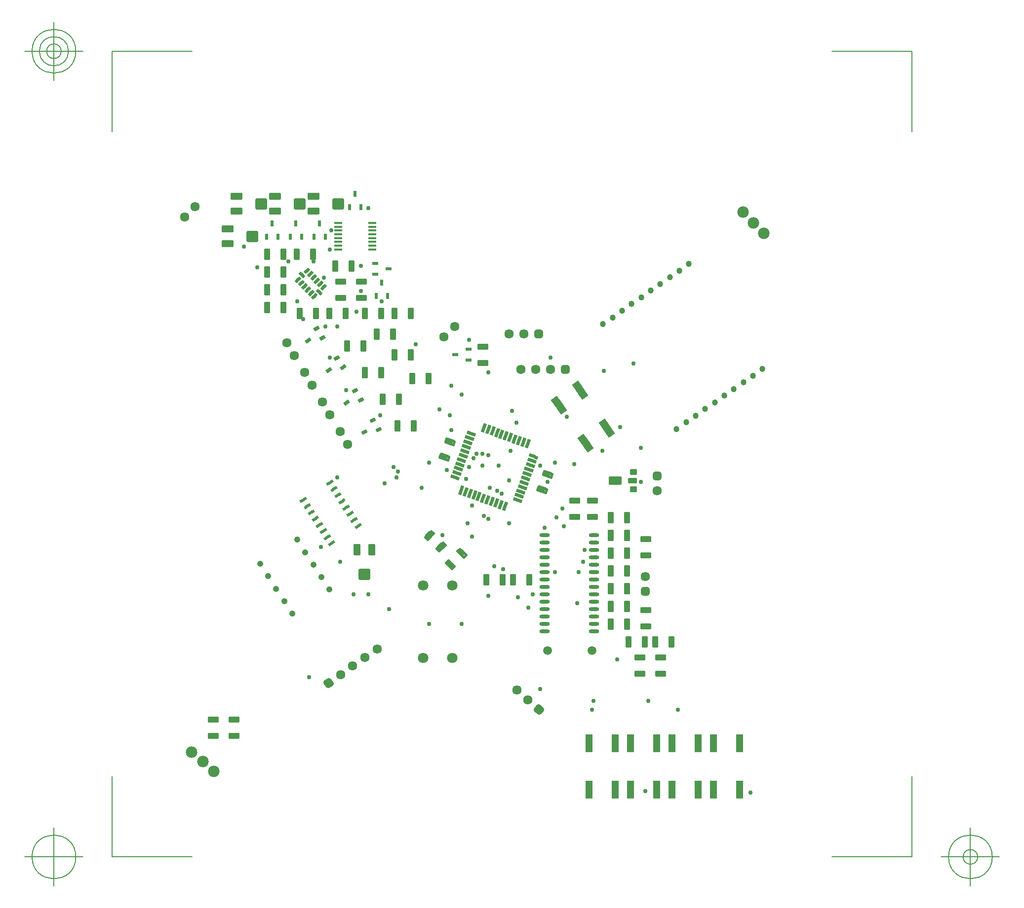
<source format=gbr>
G04 Generated by Ultiboard 11.0 *
%FSLAX25Y25*%
%MOIN*%

%ADD10C,0.00500*%
%ADD11C,0.03000*%
%ADD12C,0.06334*%
%ADD13R,0.02083X0.02083*%
%ADD14C,0.03917*%
%ADD15O,0.07000X0.02400*%
%ADD16C,0.05937*%
%ADD17P,0.02945X4X3*%
%ADD18P,0.05539X4X25*%
%ADD19C,0.01666*%
%ADD20P,0.03061X4X25*%
%ADD21P,0.02728X4X78*%
%ADD22P,0.02945X4X80*%
%ADD23R,0.05499X0.05500*%
%ADD24C,0.02334*%
%ADD25R,0.03084X0.06168*%
%ADD26C,0.07834*%
%ADD27R,0.05834X0.02251*%
%ADD28C,0.04100*%
%ADD29P,0.05539X4*%
%ADD30C,0.07079*%
%ADD31R,0.02251X0.05834*%
%ADD32P,0.03340X4X77*%
%ADD33P,0.03340X4X78*%
%ADD34R,0.05709X0.01772*%
%ADD35R,0.02362X0.03937*%
%ADD36P,0.03061X4*%
%ADD37P,0.03340X4X79*%
%ADD38R,0.05500X0.05499*%
%ADD39R,0.06168X0.03084*%
%ADD40R,0.03937X0.02362*%
%ADD41R,0.06834X0.04251*%
%ADD42R,0.04584X0.02251*%
%ADD43R,0.03000X0.02251*%
%ADD44R,0.05100X0.12200*%
%ADD45C,0.04047*%
%ADD46P,0.07212X4X80*%


G04 ColorRGB FF00CC for the following layer *
%LNSolder Mask Top*%
%LPD*%
%FSLAX25Y25*%
%MOIN*%
G54D10*
X-38000Y-1500D02*
X-38000Y52950D01*
X-38000Y-1500D02*
X16000Y-1500D01*
X502000Y-1500D02*
X448000Y-1500D01*
X502000Y-1500D02*
X502000Y52950D01*
X502000Y543000D02*
X502000Y488550D01*
X502000Y543000D02*
X448000Y543000D01*
X-38000Y543000D02*
X16000Y543000D01*
X-38000Y543000D02*
X-38000Y488550D01*
X-57685Y-1500D02*
X-97055Y-1500D01*
X-77370Y-21185D02*
X-77370Y18185D01*
X-92134Y-1500D02*
G75*
D01*
G02X-92134Y-1500I14764J0*
G01*
X521685Y-1500D02*
X561055Y-1500D01*
X541370Y-21185D02*
X541370Y18185D01*
X526606Y-1500D02*
G75*
D01*
G02X526606Y-1500I14764J0*
G01*
X536449Y-1500D02*
G75*
D01*
G02X536449Y-1500I4921J0*
G01*
X-57685Y543000D02*
X-97055Y543000D01*
X-77370Y523315D02*
X-77370Y562685D01*
X-92134Y543000D02*
G75*
D01*
G02X-92134Y543000I14764J0*
G01*
X-87213Y543000D02*
G75*
D01*
G02X-87213Y543000I9843J0*
G01*
X-82291Y543000D02*
G75*
D01*
G02X-82291Y543000I4921J0*
G01*
G54D11*
X251000Y263000D03*
X251000Y112000D03*
X254000Y221000D03*
X201000Y254000D03*
X146000Y251000D03*
X230000Y253000D03*
X125000Y176000D03*
X95000Y120000D03*
X103000Y208000D03*
X116000Y198000D03*
X135000Y176000D03*
X149000Y166000D03*
X149000Y166000D03*
X176000Y156000D03*
X185000Y216000D03*
X171000Y248000D03*
X198000Y156000D03*
X216000Y175000D03*
X236000Y174000D03*
X243000Y167000D03*
X246000Y176000D03*
X220000Y195000D03*
X222000Y246000D03*
X205000Y215000D03*
X205000Y236000D03*
X202000Y224000D03*
X213000Y229000D03*
X216000Y227000D03*
X217000Y248000D03*
X226000Y193000D03*
X230000Y224000D03*
X225000Y244000D03*
X127000Y367000D03*
X120000Y314000D03*
X114000Y255000D03*
X91000Y362000D03*
X87000Y374000D03*
X109000Y336000D03*
X106000Y357000D03*
X114000Y357000D03*
X51000Y411000D03*
X60000Y397000D03*
X81000Y401000D03*
X109000Y409000D03*
X105000Y390000D03*
X98000Y401000D03*
X110000Y422000D03*
X188000Y260000D03*
X190000Y297000D03*
X191000Y317000D03*
X191000Y287000D03*
X155000Y259000D03*
X152000Y262000D03*
X154000Y255000D03*
X143000Y297000D03*
X176000Y265000D03*
X183000Y301000D03*
X144000Y374000D03*
X167000Y345000D03*
X203000Y262000D03*
X206000Y268000D03*
X216000Y270000D03*
X212000Y263000D03*
X212000Y271000D03*
X208000Y271000D03*
X198000Y311000D03*
X223000Y263000D03*
X231000Y273000D03*
X235000Y292000D03*
X232000Y300000D03*
X203000Y348000D03*
X216000Y326000D03*
X130000Y381000D03*
X130000Y398000D03*
X135000Y437000D03*
X256000Y252000D03*
X319000Y252000D03*
X286000Y98000D03*
X287000Y104000D03*
X322000Y43000D03*
X344000Y98000D03*
X324000Y104000D03*
X277000Y191000D03*
X261000Y191000D03*
X276000Y170000D03*
X303000Y132000D03*
X281000Y206000D03*
X267000Y222000D03*
X280000Y198000D03*
X266000Y234000D03*
X262000Y228000D03*
X393000Y42000D03*
X314000Y332000D03*
X261000Y265000D03*
X274000Y264000D03*
X269000Y296000D03*
X293000Y273000D03*
X305000Y289000D03*
X258000Y336000D03*
X294000Y327000D03*
X319000Y275000D03*
G54D12*
X18000Y438000D03*
X10929Y430929D03*
X240000Y352000D03*
X230000Y352000D03*
X248000Y328000D03*
X238000Y328000D03*
X258000Y328000D03*
X235137Y111383D03*
X242569Y104691D03*
X124383Y127472D03*
X116192Y121736D03*
X140766Y138943D03*
X132575Y133207D03*
X121000Y277340D03*
X116000Y286000D03*
X97000Y317340D03*
X92000Y326000D03*
X109000Y297340D03*
X104000Y306000D03*
X80000Y346000D03*
X85000Y337340D03*
X193071Y357071D03*
X186000Y350000D03*
X330000Y246000D03*
X322000Y188000D03*
G54D13*
X250000Y352000D03*
X268000Y328000D03*
X330000Y256000D03*
X322000Y178000D03*
G54D14*
X248959Y350959D02*
X251041Y350959D01*
X251041Y353041D01*
X248959Y353041D01*
X248959Y350959D01*D02*
X266959Y326959D02*
X269041Y326959D01*
X269041Y329041D01*
X266959Y329041D01*
X266959Y326959D01*D02*
X251471Y98077D02*
X249923Y99471D01*
X248529Y97923D01*
X250077Y96529D01*
X251471Y98077D01*D02*
X107744Y114549D02*
X109451Y115744D01*
X108256Y117451D01*
X106549Y116256D01*
X107744Y114549D01*D02*
X328959Y254959D02*
X331041Y254959D01*
X331041Y257041D01*
X328959Y257041D01*
X328959Y254959D01*D02*
X320959Y176959D02*
X323041Y176959D01*
X323041Y179041D01*
X320959Y179041D01*
X320959Y176959D01*D02*
G54D15*
X254000Y216000D03*
X254000Y191000D03*
X254000Y156000D03*
X254000Y151000D03*
X254000Y171000D03*
X254000Y161000D03*
X254000Y166000D03*
X254000Y186000D03*
X254000Y176000D03*
X254000Y181000D03*
X254000Y206000D03*
X254000Y201000D03*
X254000Y196000D03*
X254000Y211000D03*
X287333Y191000D03*
X287333Y156000D03*
X287333Y151000D03*
X287333Y171000D03*
X287333Y161000D03*
X287333Y166000D03*
X287333Y186000D03*
X287333Y181000D03*
X287333Y176000D03*
X287333Y206000D03*
X287333Y201000D03*
X287333Y196000D03*
X287333Y211000D03*
X287333Y216000D03*
G54D16*
X285921Y138000D03*
X256000Y138000D03*
G54D17*
X250000Y98000D03*
G54D18*
X252237Y246789D03*
X252001Y246875D03*
X255999Y257125D03*
X255763Y257211D03*
X189999Y279125D03*
X189763Y279211D03*
X186237Y268789D03*
X186001Y268875D03*
G54D19*
X255245Y246892D02*
X249763Y248887D01*
X248993Y246772D01*
X254475Y244776D01*
X255245Y246892D01*D02*
X259007Y257228D02*
X253525Y259224D01*
X252755Y257108D01*
X258237Y255113D01*
X259007Y257228D01*D02*
X125458Y203249D02*
X128542Y203249D01*
X128542Y209417D01*
X125458Y209417D01*
X125458Y203249D01*D02*
X135458Y203249D02*
X138542Y203249D01*
X138542Y209417D01*
X135458Y209417D01*
X135458Y203249D01*D02*
X27083Y79375D02*
X32917Y79375D01*
X32917Y81625D01*
X27083Y81625D01*
X27083Y79375D01*D02*
X27083Y90375D02*
X32917Y90375D01*
X32917Y92625D01*
X27083Y92625D01*
X27083Y90375D01*D02*
X41083Y79375D02*
X46917Y79375D01*
X46917Y81625D01*
X41083Y81625D01*
X41083Y79375D01*D02*
X41083Y90375D02*
X46917Y90375D01*
X46917Y92625D01*
X41083Y92625D01*
X41083Y90375D01*D02*
X192969Y194844D02*
X188844Y198969D01*
X187252Y197378D01*
X191378Y193252D01*
X192969Y194844D01*D02*
X200748Y202622D02*
X196622Y206748D01*
X195031Y205156D01*
X199156Y201031D01*
X200748Y202622D01*D02*
X185156Y210969D02*
X181031Y206844D01*
X182622Y205252D01*
X186748Y209378D01*
X185156Y210969D01*D02*
X177378Y218748D02*
X173252Y214622D01*
X174844Y213031D01*
X178969Y217156D01*
X177378Y218748D01*D02*
X242375Y183083D02*
X244625Y183083D01*
X244625Y188917D01*
X242375Y188917D01*
X242375Y183083D01*D02*
X231375Y183083D02*
X233625Y183083D01*
X233625Y188917D01*
X231375Y188917D01*
X231375Y183083D01*D02*
X213375Y183083D02*
X215625Y183083D01*
X215625Y188917D01*
X213375Y188917D01*
X213375Y183083D01*D02*
X224375Y183083D02*
X226625Y183083D01*
X226625Y188917D01*
X224375Y188917D01*
X224375Y183083D01*D02*
X113083Y375375D02*
X118917Y375375D01*
X118917Y377625D01*
X113083Y377625D01*
X113083Y375375D01*D02*
X113083Y386375D02*
X118917Y386375D01*
X118917Y388625D01*
X113083Y388625D01*
X113083Y386375D01*D02*
X119375Y341083D02*
X121625Y341083D01*
X121625Y346917D01*
X119375Y346917D01*
X119375Y341083D01*D02*
X130375Y341083D02*
X132625Y341083D01*
X132625Y346917D01*
X130375Y346917D01*
X130375Y341083D01*D02*
X127083Y386375D02*
X132917Y386375D01*
X132917Y388625D01*
X127083Y388625D01*
X127083Y386375D01*D02*
X127083Y375375D02*
X132917Y375375D01*
X132917Y377625D01*
X127083Y377625D01*
X127083Y375375D01*D02*
X122375Y395083D02*
X124625Y395083D01*
X124625Y400917D01*
X122375Y400917D01*
X122375Y395083D01*D02*
X111375Y395083D02*
X113625Y395083D01*
X113625Y400917D01*
X111375Y400917D01*
X111375Y395083D01*D02*
X65375Y379083D02*
X67625Y379083D01*
X67625Y384917D01*
X65375Y384917D01*
X65375Y379083D01*D02*
X76375Y379083D02*
X78625Y379083D01*
X78625Y384917D01*
X76375Y384917D01*
X76375Y379083D01*D02*
X76375Y367083D02*
X78625Y367083D01*
X78625Y372917D01*
X76375Y372917D01*
X76375Y367083D01*D02*
X65375Y367083D02*
X67625Y367083D01*
X67625Y372917D01*
X65375Y372917D01*
X65375Y367083D01*D02*
X87375Y363083D02*
X89625Y363083D01*
X89625Y368917D01*
X87375Y368917D01*
X87375Y363083D01*D02*
X98375Y363083D02*
X100625Y363083D01*
X100625Y368917D01*
X98375Y368917D01*
X98375Y363083D01*D02*
X107375Y363083D02*
X109625Y363083D01*
X109625Y368917D01*
X107375Y368917D01*
X107375Y363083D01*D02*
X118375Y363083D02*
X120625Y363083D01*
X120625Y368917D01*
X118375Y368917D01*
X118375Y363083D01*D02*
X76375Y403083D02*
X78625Y403083D01*
X78625Y408917D01*
X76375Y408917D01*
X76375Y403083D01*D02*
X65375Y403083D02*
X67625Y403083D01*
X67625Y408917D01*
X65375Y408917D01*
X65375Y403083D01*D02*
X76375Y391083D02*
X78625Y391083D01*
X78625Y396917D01*
X76375Y396917D01*
X76375Y391083D01*D02*
X65375Y391083D02*
X67625Y391083D01*
X67625Y396917D01*
X65375Y396917D01*
X65375Y391083D01*D02*
X68583Y433458D02*
X74751Y433458D01*
X74751Y436542D01*
X68583Y436542D01*
X68583Y433458D01*D02*
X68583Y443458D02*
X74751Y443458D01*
X74751Y446542D01*
X68583Y446542D01*
X68583Y443458D01*D02*
X42583Y433458D02*
X48751Y433458D01*
X48751Y436542D01*
X42583Y436542D01*
X42583Y433458D01*D02*
X42583Y443458D02*
X48751Y443458D01*
X48751Y446542D01*
X42583Y446542D01*
X42583Y443458D01*D02*
X36583Y421458D02*
X42751Y421458D01*
X42751Y424542D01*
X36583Y424542D01*
X36583Y421458D01*D02*
X36583Y411458D02*
X42751Y411458D01*
X42751Y414542D01*
X36583Y414542D01*
X36583Y411458D01*D02*
X94583Y433458D02*
X100751Y433458D01*
X100751Y436542D01*
X94583Y436542D01*
X94583Y433458D01*D02*
X94583Y443458D02*
X100751Y443458D01*
X100751Y446542D01*
X94583Y446542D01*
X94583Y443458D01*D02*
X85375Y403083D02*
X87625Y403083D01*
X87625Y408917D01*
X85375Y408917D01*
X85375Y403083D01*D02*
X96375Y403083D02*
X98625Y403083D01*
X98625Y408917D01*
X96375Y408917D01*
X96375Y403083D01*D02*
X151375Y363083D02*
X153625Y363083D01*
X153625Y368917D01*
X151375Y368917D01*
X151375Y363083D01*D02*
X162375Y363083D02*
X164625Y363083D01*
X164625Y368917D01*
X162375Y368917D01*
X162375Y363083D01*D02*
X193007Y279228D02*
X187525Y281224D01*
X186755Y279108D01*
X192237Y277113D01*
X193007Y279228D01*D02*
X189245Y268892D02*
X183763Y270887D01*
X182993Y268772D01*
X188475Y266776D01*
X189245Y268892D01*D02*
X142375Y323083D02*
X144625Y323083D01*
X144625Y328917D01*
X142375Y328917D01*
X142375Y323083D01*D02*
X131375Y323083D02*
X133625Y323083D01*
X133625Y328917D01*
X131375Y328917D01*
X131375Y323083D01*D02*
X154375Y305083D02*
X156625Y305083D01*
X156625Y310917D01*
X154375Y310917D01*
X154375Y305083D01*D02*
X143375Y305083D02*
X145625Y305083D01*
X145625Y310917D01*
X143375Y310917D01*
X143375Y305083D01*D02*
X153375Y287083D02*
X155625Y287083D01*
X155625Y292917D01*
X153375Y292917D01*
X153375Y287083D01*D02*
X164375Y287083D02*
X166625Y287083D01*
X166625Y292917D01*
X164375Y292917D01*
X164375Y287083D01*D02*
X151375Y335083D02*
X153625Y335083D01*
X153625Y340917D01*
X151375Y340917D01*
X151375Y335083D01*D02*
X162375Y335083D02*
X164625Y335083D01*
X164625Y340917D01*
X162375Y340917D01*
X162375Y335083D01*D02*
X139375Y349083D02*
X141625Y349083D01*
X141625Y354917D01*
X139375Y354917D01*
X139375Y349083D01*D02*
X150375Y349083D02*
X152625Y349083D01*
X152625Y354917D01*
X150375Y354917D01*
X150375Y349083D01*D02*
X142375Y363083D02*
X144625Y363083D01*
X144625Y368917D01*
X142375Y368917D01*
X142375Y363083D01*D02*
X131375Y363083D02*
X133625Y363083D01*
X133625Y368917D01*
X131375Y368917D01*
X131375Y363083D01*D02*
X174375Y319083D02*
X176625Y319083D01*
X176625Y324917D01*
X174375Y324917D01*
X174375Y319083D01*D02*
X163375Y319083D02*
X165625Y319083D01*
X165625Y324917D01*
X163375Y324917D01*
X163375Y319083D01*D02*
X209083Y331375D02*
X214917Y331375D01*
X214917Y333625D01*
X209083Y333625D01*
X209083Y331375D01*D02*
X209083Y342375D02*
X214917Y342375D01*
X214917Y344625D01*
X209083Y344625D01*
X209083Y342375D01*D02*
X298002Y250794D02*
X304836Y250794D01*
X304836Y255044D01*
X298002Y255044D01*
X298002Y250794D01*D02*
X310752Y251794D02*
X315336Y251794D01*
X315336Y254044D01*
X310752Y254044D01*
X310752Y251794D01*D02*
X312336Y245878D02*
X315336Y245878D01*
X315336Y248128D01*
X312336Y248128D01*
X312336Y245878D01*D02*
X312336Y257711D02*
X315336Y257711D01*
X315336Y259961D01*
X312336Y259961D01*
X312336Y257711D01*D02*
X329083Y121375D02*
X334917Y121375D01*
X334917Y123625D01*
X329083Y123625D01*
X329083Y121375D01*D02*
X329083Y132375D02*
X334917Y132375D01*
X334917Y134625D01*
X329083Y134625D01*
X329083Y132375D01*D02*
X315083Y121375D02*
X320917Y121375D01*
X320917Y123625D01*
X315083Y123625D01*
X315083Y121375D01*D02*
X315083Y132375D02*
X320917Y132375D01*
X320917Y134625D01*
X315083Y134625D01*
X315083Y132375D01*D02*
X309375Y141083D02*
X311625Y141083D01*
X311625Y146917D01*
X309375Y146917D01*
X309375Y141083D01*D02*
X320375Y141083D02*
X322625Y141083D01*
X322625Y146917D01*
X320375Y146917D01*
X320375Y141083D01*D02*
X297375Y189083D02*
X299625Y189083D01*
X299625Y194917D01*
X297375Y194917D01*
X297375Y189083D01*D02*
X308375Y189083D02*
X310625Y189083D01*
X310625Y194917D01*
X308375Y194917D01*
X308375Y189083D01*D02*
X308375Y153083D02*
X310625Y153083D01*
X310625Y158917D01*
X308375Y158917D01*
X308375Y153083D01*D02*
X297375Y153083D02*
X299625Y153083D01*
X299625Y158917D01*
X297375Y158917D01*
X297375Y153083D01*D02*
X297375Y165083D02*
X299625Y165083D01*
X299625Y170917D01*
X297375Y170917D01*
X297375Y165083D01*D02*
X308375Y165083D02*
X310625Y165083D01*
X310625Y170917D01*
X308375Y170917D01*
X308375Y165083D01*D02*
X297375Y177083D02*
X299625Y177083D01*
X299625Y182917D01*
X297375Y182917D01*
X297375Y177083D01*D02*
X308375Y177083D02*
X310625Y177083D01*
X310625Y182917D01*
X308375Y182917D01*
X308375Y177083D01*D02*
X283083Y227375D02*
X288917Y227375D01*
X288917Y229625D01*
X283083Y229625D01*
X283083Y227375D01*D02*
X283083Y238375D02*
X288917Y238375D01*
X288917Y240625D01*
X283083Y240625D01*
X283083Y238375D01*D02*
X271083Y227375D02*
X276917Y227375D01*
X276917Y229625D01*
X271083Y229625D01*
X271083Y227375D01*D02*
X271083Y238375D02*
X276917Y238375D01*
X276917Y240625D01*
X271083Y240625D01*
X271083Y238375D01*D02*
X297375Y225083D02*
X299625Y225083D01*
X299625Y230917D01*
X297375Y230917D01*
X297375Y225083D01*D02*
X308375Y225083D02*
X310625Y225083D01*
X310625Y230917D01*
X308375Y230917D01*
X308375Y225083D01*D02*
X297375Y213083D02*
X299625Y213083D01*
X299625Y218917D01*
X297375Y218917D01*
X297375Y213083D01*D02*
X308375Y213083D02*
X310625Y213083D01*
X310625Y218917D01*
X308375Y218917D01*
X308375Y213083D01*D02*
X297375Y201083D02*
X299625Y201083D01*
X299625Y206917D01*
X297375Y206917D01*
X297375Y201083D01*D02*
X308375Y201083D02*
X310625Y201083D01*
X310625Y206917D01*
X308375Y206917D01*
X308375Y201083D01*D02*
X319083Y153375D02*
X324917Y153375D01*
X324917Y155625D01*
X319083Y155625D01*
X319083Y153375D01*D02*
X319083Y164375D02*
X324917Y164375D01*
X324917Y166625D01*
X319083Y166625D01*
X319083Y164375D01*D02*
X327375Y141083D02*
X329625Y141083D01*
X329625Y146917D01*
X327375Y146917D01*
X327375Y141083D01*D02*
X338375Y141083D02*
X340625Y141083D01*
X340625Y146917D01*
X338375Y146917D01*
X338375Y141083D01*D02*
X319083Y201375D02*
X324917Y201375D01*
X324917Y203625D01*
X319083Y203625D01*
X319083Y201375D01*D02*
X319083Y212375D02*
X324917Y212375D01*
X324917Y214625D01*
X319083Y214625D01*
X319083Y212375D01*D02*
G54D20*
X241860Y250692D03*
X240010Y251365D03*
X238161Y252038D03*
X220530Y235831D03*
X221204Y237681D03*
X221877Y239531D03*
X202772Y242294D03*
X203446Y244144D03*
X204119Y245994D03*
X205732Y241217D03*
X206405Y243067D03*
X207079Y244917D03*
X199813Y243372D03*
X200486Y245221D03*
X201159Y247071D03*
X196853Y244449D03*
X197526Y246299D03*
X198200Y248148D03*
X217571Y236908D03*
X218244Y238758D03*
X218917Y240608D03*
X211651Y239063D03*
X212325Y240912D03*
X212998Y242762D03*
X208692Y240140D03*
X209365Y241990D03*
X210038Y243839D03*
X214611Y237985D03*
X215284Y239835D03*
X215958Y241685D03*
X238628Y241813D03*
X236779Y242486D03*
X234929Y243159D03*
X240783Y247732D03*
X238933Y248405D03*
X237083Y249079D03*
X239706Y244772D03*
X237856Y245446D03*
X236006Y246119D03*
X237551Y238853D03*
X235701Y239526D03*
X233852Y240200D03*
X223490Y234754D03*
X224163Y236603D03*
X224837Y238453D03*
X226450Y233676D03*
X227123Y235526D03*
X227796Y237376D03*
X218123Y284469D03*
X218796Y286319D03*
X219470Y288169D03*
X221083Y283392D03*
X221756Y285242D03*
X222429Y287092D03*
X206148Y283800D03*
X204299Y284474D03*
X202449Y285147D03*
X205071Y280841D03*
X203221Y281514D03*
X201372Y282187D03*
X203994Y277881D03*
X202144Y278554D03*
X200294Y279228D03*
X200762Y269002D03*
X198912Y269675D03*
X197063Y270349D03*
X199685Y266042D03*
X197835Y266716D03*
X195985Y267389D03*
X196453Y257163D03*
X194603Y257837D03*
X192754Y258510D03*
X197531Y260123D03*
X195681Y260796D03*
X193831Y261470D03*
X195376Y254204D03*
X193526Y254877D03*
X191676Y255550D03*
X198608Y263083D03*
X196758Y263756D03*
X194908Y264429D03*
X202917Y274921D03*
X201067Y275595D03*
X199217Y276268D03*
X201839Y271962D03*
X199990Y272635D03*
X198140Y273308D03*
X212204Y286624D03*
X212877Y288474D03*
X213550Y290324D03*
X215163Y285547D03*
X215837Y287397D03*
X216510Y289246D03*
X224042Y282315D03*
X224716Y284165D03*
X225389Y286015D03*
X227002Y281238D03*
X227675Y283088D03*
X228349Y284937D03*
X232921Y279083D03*
X233595Y280933D03*
X234268Y282783D03*
X229962Y280161D03*
X230635Y282010D03*
X231308Y283860D03*
X235881Y278006D03*
X236554Y279856D03*
X237228Y281706D03*
X248324Y268450D03*
X246474Y269123D03*
X244624Y269796D03*
X247246Y265490D03*
X245397Y266163D03*
X243547Y266837D03*
X244015Y256611D03*
X242165Y257284D03*
X240315Y257958D03*
X245092Y259571D03*
X243242Y260244D03*
X241392Y260917D03*
X242937Y253651D03*
X241088Y254325D03*
X239238Y254998D03*
X246169Y262530D03*
X244319Y263204D03*
X242469Y263877D03*
X241800Y275852D03*
X242474Y277701D03*
X243147Y279551D03*
X238841Y276929D03*
X239514Y278779D03*
X240187Y280628D03*
G54D21*
X107683Y250539D03*
X108938Y251353D03*
X110192Y252168D03*
X124022Y225379D03*
X125277Y226193D03*
X126532Y227008D03*
X126745Y221185D03*
X128000Y222000D03*
X129255Y222815D03*
X121299Y229572D03*
X122554Y230387D03*
X123808Y231202D03*
X92411Y234659D03*
X93666Y235474D03*
X94920Y236289D03*
X95134Y230466D03*
X96389Y231281D03*
X97644Y232095D03*
X89688Y238852D03*
X90943Y239667D03*
X92197Y240482D03*
X100581Y222079D03*
X101835Y222894D03*
X103090Y223709D03*
X103304Y217886D03*
X104559Y218701D03*
X105813Y219515D03*
X108750Y209499D03*
X110005Y210314D03*
X111260Y211129D03*
X106027Y213692D03*
X107282Y214507D03*
X108536Y215322D03*
X110406Y246345D03*
X111661Y247160D03*
X112916Y247975D03*
X97857Y226272D03*
X99112Y227087D03*
X100367Y227902D03*
X115853Y237959D03*
X117107Y238773D03*
X118362Y239588D03*
X118576Y233765D03*
X119830Y234580D03*
X121085Y235395D03*
X113129Y242152D03*
X114384Y242967D03*
X115639Y243782D03*
G54D22*
X108000Y116000D03*
G54D23*
X132000Y189667D03*
G54D24*
X129251Y186917D02*
X134749Y186917D01*
X134749Y192417D01*
X129251Y192417D01*
X129251Y186917D01*D02*
X85583Y437251D02*
X91083Y437251D01*
X91083Y442749D01*
X85583Y442749D01*
X85583Y437251D01*D02*
X59583Y437251D02*
X65083Y437251D01*
X65083Y442749D01*
X59583Y442749D01*
X59583Y437251D01*D02*
X53583Y415251D02*
X59083Y415251D01*
X59083Y420749D01*
X53583Y420749D01*
X53583Y415251D01*D02*
X111583Y437251D02*
X117083Y437251D01*
X117083Y442749D01*
X111583Y442749D01*
X111583Y437251D01*D02*
G54D25*
X127000Y206333D03*
X137000Y206333D03*
G54D26*
X23160Y62846D03*
X15613Y69406D03*
X30707Y56285D03*
X387858Y434142D03*
X402000Y420000D03*
X394929Y427071D03*
G54D27*
X30000Y80500D03*
X30000Y91500D03*
X44000Y80500D03*
X44000Y91500D03*
X116000Y376500D03*
X116000Y387500D03*
X130000Y387500D03*
X130000Y376500D03*
X212000Y332500D03*
X212000Y343500D03*
X332000Y122500D03*
X332000Y133500D03*
X318000Y122500D03*
X318000Y133500D03*
X286000Y228500D03*
X286000Y239500D03*
X274000Y228500D03*
X274000Y239500D03*
X322000Y154500D03*
X322000Y165500D03*
X322000Y202500D03*
X322000Y213500D03*
G54D28*
X61806Y196542D03*
X67253Y188155D03*
X103239Y187678D03*
X78145Y171382D03*
X72699Y179768D03*
X83592Y162995D03*
X108686Y179291D03*
X97793Y196065D03*
X92347Y204451D03*
X86900Y212838D03*
G54D29*
X190200Y196022D03*
X190022Y196200D03*
X197978Y203800D03*
X197800Y203978D03*
X183978Y208200D03*
X183800Y208022D03*
X176200Y215978D03*
X176022Y215800D03*
G54D30*
X191685Y132787D03*
X191685Y182000D03*
X172000Y132787D03*
X172000Y182000D03*
G54D31*
X243500Y186000D03*
X232500Y186000D03*
X214500Y186000D03*
X225500Y186000D03*
X120500Y344000D03*
X131500Y344000D03*
X123500Y398000D03*
X112500Y398000D03*
X66500Y382000D03*
X77500Y382000D03*
X77500Y370000D03*
X66500Y370000D03*
X88500Y366000D03*
X99500Y366000D03*
X108500Y366000D03*
X119500Y366000D03*
X77500Y406000D03*
X66500Y406000D03*
X77500Y394000D03*
X66500Y394000D03*
X86500Y406000D03*
X97500Y406000D03*
X152500Y366000D03*
X163500Y366000D03*
X143500Y326000D03*
X132500Y326000D03*
X155500Y308000D03*
X144500Y308000D03*
X154500Y290000D03*
X165500Y290000D03*
X152500Y338000D03*
X163500Y338000D03*
X140500Y352000D03*
X151500Y352000D03*
X143500Y366000D03*
X132500Y366000D03*
X175500Y322000D03*
X164500Y322000D03*
X310500Y144000D03*
X321500Y144000D03*
X298500Y192000D03*
X309500Y192000D03*
X309500Y156000D03*
X298500Y156000D03*
X298500Y168000D03*
X309500Y168000D03*
X298500Y180000D03*
X309500Y180000D03*
X298500Y228000D03*
X309500Y228000D03*
X298500Y216000D03*
X309500Y216000D03*
X298500Y204000D03*
X309500Y204000D03*
X328500Y144000D03*
X339500Y144000D03*
G54D32*
X131493Y285184D03*
X132828Y286018D03*
X142489Y287645D03*
X141154Y286810D03*
X138525Y293988D03*
X137190Y293154D03*
G54D33*
X126420Y314032D03*
X125100Y313174D03*
X119543Y305105D03*
X120863Y305963D03*
X130495Y307758D03*
X129174Y306900D03*
X93543Y347105D03*
X94863Y347963D03*
X104495Y349758D03*
X103174Y348900D03*
X100420Y356031D03*
X99100Y355174D03*
G54D34*
X114583Y409043D03*
X114583Y424398D03*
X114583Y411602D03*
X114583Y414161D03*
X114583Y416720D03*
X114583Y419280D03*
X114583Y421839D03*
X114583Y426957D03*
X137417Y409043D03*
X137417Y424398D03*
X137417Y411602D03*
X137417Y414161D03*
X137417Y416720D03*
X137417Y419280D03*
X137417Y421839D03*
X137417Y426957D03*
G54D35*
X126000Y446528D03*
X122260Y437472D03*
X129740Y437472D03*
X70000Y426528D03*
X66260Y417472D03*
X73740Y417472D03*
X102000Y426528D03*
X98260Y417472D03*
X105740Y417472D03*
X86000Y426528D03*
X89740Y417472D03*
X82260Y417472D03*
X140260Y377472D03*
X147740Y377472D03*
X144000Y386528D03*
G54D36*
X95457Y378776D03*
X96285Y379604D03*
X97114Y380432D03*
X102667Y379333D03*
X101839Y380161D03*
X101011Y380989D03*
X97684Y376549D03*
X98512Y377377D03*
X99341Y378205D03*
X94316Y395451D03*
X93488Y394623D03*
X92659Y393795D03*
X98770Y390997D03*
X97942Y390169D03*
X97114Y389341D03*
X96543Y393224D03*
X95715Y392396D03*
X94886Y391568D03*
X91003Y383230D03*
X91831Y384058D03*
X92659Y384886D03*
X93230Y381003D03*
X94058Y381831D03*
X94886Y382659D03*
X89333Y392667D03*
X90161Y391839D03*
X90989Y391011D03*
X86549Y387684D03*
X87377Y388512D03*
X88205Y389341D03*
X88776Y385457D03*
X89604Y386285D03*
X90432Y387114D03*
X100997Y388770D03*
X100169Y387942D03*
X99341Y387114D03*
X103224Y386543D03*
X102396Y385715D03*
X101568Y384886D03*
X105451Y384316D03*
X104623Y383488D03*
X103795Y382659D03*
G54D37*
X107594Y327028D03*
X108899Y327909D03*
X118498Y329871D03*
X117192Y328991D03*
X114315Y336073D03*
X113009Y335192D03*
G54D38*
X88333Y440000D03*
X62333Y440000D03*
X56333Y418000D03*
X114333Y440000D03*
G54D39*
X71667Y435000D03*
X71667Y445000D03*
X45667Y435000D03*
X45667Y445000D03*
X39667Y423000D03*
X39667Y413000D03*
X97667Y435000D03*
X97667Y445000D03*
G54D40*
X202528Y341740D03*
X202528Y334260D03*
X193472Y338000D03*
X139472Y392260D03*
X139472Y399740D03*
X148528Y396000D03*
G54D41*
X301419Y252919D03*
G54D42*
X313044Y252919D03*
G54D43*
X313836Y247003D03*
X313836Y258836D03*
G54D44*
X368000Y44000D03*
X368000Y75300D03*
X385700Y44000D03*
X385700Y75300D03*
X312000Y44000D03*
X312000Y75300D03*
X329700Y44000D03*
X329700Y75300D03*
X284000Y44000D03*
X301700Y44000D03*
X284000Y75300D03*
X301700Y75300D03*
X340000Y44000D03*
X357700Y44000D03*
X340000Y75300D03*
X357700Y75300D03*
G54D45*
X381696Y314726D03*
X375246Y310210D03*
X319116Y376643D03*
X325566Y381160D03*
X312666Y372127D03*
X299766Y363094D03*
X293316Y358578D03*
X306216Y367611D03*
X342996Y287628D03*
X349446Y292144D03*
X362346Y301177D03*
X355896Y296660D03*
X368796Y305693D03*
X344916Y394709D03*
X332016Y385676D03*
X338466Y390192D03*
X351366Y399225D03*
X394596Y323759D03*
X388146Y319242D03*
X401046Y328275D03*
G54D46*
X280036Y311092D03*
X278000Y314000D03*
X275964Y316908D03*
X283490Y275300D03*
X281454Y278208D03*
X279418Y281116D03*
X265537Y300940D03*
X263501Y303848D03*
X261465Y306756D03*
X297989Y285453D03*
X295953Y288361D03*
X293917Y291269D03*

M00*

</source>
